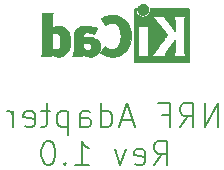
<source format=gbr>
G04 #@! TF.GenerationSoftware,KiCad,Pcbnew,(5.1.5)-3*
G04 #@! TF.CreationDate,2020-01-29T14:55:58+01:00*
G04 #@! TF.ProjectId,Adapter,41646170-7465-4722-9e6b-696361645f70,1*
G04 #@! TF.SameCoordinates,Original*
G04 #@! TF.FileFunction,Legend,Bot*
G04 #@! TF.FilePolarity,Positive*
%FSLAX46Y46*%
G04 Gerber Fmt 4.6, Leading zero omitted, Abs format (unit mm)*
G04 Created by KiCad (PCBNEW (5.1.5)-3) date 2020-01-29 14:55:58*
%MOMM*%
%LPD*%
G04 APERTURE LIST*
%ADD10C,0.200000*%
%ADD11C,0.010000*%
G04 APERTURE END LIST*
D10*
X153437028Y-99634761D02*
X153437028Y-97634761D01*
X152294171Y-99634761D01*
X152294171Y-97634761D01*
X150198933Y-99634761D02*
X150865600Y-98682380D01*
X151341790Y-99634761D02*
X151341790Y-97634761D01*
X150579885Y-97634761D01*
X150389409Y-97730000D01*
X150294171Y-97825238D01*
X150198933Y-98015714D01*
X150198933Y-98301428D01*
X150294171Y-98491904D01*
X150389409Y-98587142D01*
X150579885Y-98682380D01*
X151341790Y-98682380D01*
X148675123Y-98587142D02*
X149341790Y-98587142D01*
X149341790Y-99634761D02*
X149341790Y-97634761D01*
X148389409Y-97634761D01*
X146198933Y-99063333D02*
X145246552Y-99063333D01*
X146389409Y-99634761D02*
X145722742Y-97634761D01*
X145056076Y-99634761D01*
X143532266Y-99634761D02*
X143532266Y-97634761D01*
X143532266Y-99539523D02*
X143722742Y-99634761D01*
X144103695Y-99634761D01*
X144294171Y-99539523D01*
X144389409Y-99444285D01*
X144484647Y-99253809D01*
X144484647Y-98682380D01*
X144389409Y-98491904D01*
X144294171Y-98396666D01*
X144103695Y-98301428D01*
X143722742Y-98301428D01*
X143532266Y-98396666D01*
X141722742Y-99634761D02*
X141722742Y-98587142D01*
X141817980Y-98396666D01*
X142008457Y-98301428D01*
X142389409Y-98301428D01*
X142579885Y-98396666D01*
X141722742Y-99539523D02*
X141913219Y-99634761D01*
X142389409Y-99634761D01*
X142579885Y-99539523D01*
X142675123Y-99349047D01*
X142675123Y-99158571D01*
X142579885Y-98968095D01*
X142389409Y-98872857D01*
X141913219Y-98872857D01*
X141722742Y-98777619D01*
X140770361Y-98301428D02*
X140770361Y-100301428D01*
X140770361Y-98396666D02*
X140579885Y-98301428D01*
X140198933Y-98301428D01*
X140008457Y-98396666D01*
X139913219Y-98491904D01*
X139817980Y-98682380D01*
X139817980Y-99253809D01*
X139913219Y-99444285D01*
X140008457Y-99539523D01*
X140198933Y-99634761D01*
X140579885Y-99634761D01*
X140770361Y-99539523D01*
X139246552Y-98301428D02*
X138484647Y-98301428D01*
X138960838Y-97634761D02*
X138960838Y-99349047D01*
X138865600Y-99539523D01*
X138675123Y-99634761D01*
X138484647Y-99634761D01*
X137056076Y-99539523D02*
X137246552Y-99634761D01*
X137627504Y-99634761D01*
X137817980Y-99539523D01*
X137913219Y-99349047D01*
X137913219Y-98587142D01*
X137817980Y-98396666D01*
X137627504Y-98301428D01*
X137246552Y-98301428D01*
X137056076Y-98396666D01*
X136960838Y-98587142D01*
X136960838Y-98777619D01*
X137913219Y-98968095D01*
X136103695Y-99634761D02*
X136103695Y-98301428D01*
X136103695Y-98682380D02*
X136008457Y-98491904D01*
X135913219Y-98396666D01*
X135722742Y-98301428D01*
X135532266Y-98301428D01*
X148008457Y-102834761D02*
X148675123Y-101882380D01*
X149151314Y-102834761D02*
X149151314Y-100834761D01*
X148389409Y-100834761D01*
X148198933Y-100930000D01*
X148103695Y-101025238D01*
X148008457Y-101215714D01*
X148008457Y-101501428D01*
X148103695Y-101691904D01*
X148198933Y-101787142D01*
X148389409Y-101882380D01*
X149151314Y-101882380D01*
X146389409Y-102739523D02*
X146579885Y-102834761D01*
X146960838Y-102834761D01*
X147151314Y-102739523D01*
X147246552Y-102549047D01*
X147246552Y-101787142D01*
X147151314Y-101596666D01*
X146960838Y-101501428D01*
X146579885Y-101501428D01*
X146389409Y-101596666D01*
X146294171Y-101787142D01*
X146294171Y-101977619D01*
X147246552Y-102168095D01*
X145627504Y-101501428D02*
X145151314Y-102834761D01*
X144675123Y-101501428D01*
X141341790Y-102834761D02*
X142484647Y-102834761D01*
X141913219Y-102834761D02*
X141913219Y-100834761D01*
X142103695Y-101120476D01*
X142294171Y-101310952D01*
X142484647Y-101406190D01*
X140484647Y-102644285D02*
X140389409Y-102739523D01*
X140484647Y-102834761D01*
X140579885Y-102739523D01*
X140484647Y-102644285D01*
X140484647Y-102834761D01*
X139151314Y-100834761D02*
X138960838Y-100834761D01*
X138770361Y-100930000D01*
X138675123Y-101025238D01*
X138579885Y-101215714D01*
X138484647Y-101596666D01*
X138484647Y-102072857D01*
X138579885Y-102453809D01*
X138675123Y-102644285D01*
X138770361Y-102739523D01*
X138960838Y-102834761D01*
X139151314Y-102834761D01*
X139341790Y-102739523D01*
X139437028Y-102644285D01*
X139532266Y-102453809D01*
X139627504Y-102072857D01*
X139627504Y-101596666D01*
X139532266Y-101215714D01*
X139437028Y-101025238D01*
X139341790Y-100930000D01*
X139151314Y-100834761D01*
D11*
G36*
X147002243Y-89228571D02*
G01*
X146905968Y-89252809D01*
X146819384Y-89295641D01*
X146744573Y-89355419D01*
X146683618Y-89430494D01*
X146638599Y-89519220D01*
X146612336Y-89615530D01*
X146606486Y-89712795D01*
X146621340Y-89806654D01*
X146655040Y-89894511D01*
X146705728Y-89973770D01*
X146771545Y-90041836D01*
X146850634Y-90096112D01*
X146941134Y-90134002D01*
X146992400Y-90146426D01*
X147036898Y-90153947D01*
X147071199Y-90156919D01*
X147104160Y-90155094D01*
X147144634Y-90148225D01*
X147177731Y-90141250D01*
X147271147Y-90109741D01*
X147354819Y-90058617D01*
X147426865Y-89989429D01*
X147485400Y-89903728D01*
X147499348Y-89876489D01*
X147515786Y-89840122D01*
X147526094Y-89809582D01*
X147531660Y-89777450D01*
X147533869Y-89736307D01*
X147534148Y-89690222D01*
X147530061Y-89605865D01*
X147516646Y-89536586D01*
X147491456Y-89475961D01*
X147452046Y-89417567D01*
X147413498Y-89373302D01*
X147341606Y-89307484D01*
X147266513Y-89262053D01*
X147183762Y-89234850D01*
X147106128Y-89224576D01*
X147002243Y-89228571D01*
G37*
X147002243Y-89228571D02*
X146905968Y-89252809D01*
X146819384Y-89295641D01*
X146744573Y-89355419D01*
X146683618Y-89430494D01*
X146638599Y-89519220D01*
X146612336Y-89615530D01*
X146606486Y-89712795D01*
X146621340Y-89806654D01*
X146655040Y-89894511D01*
X146705728Y-89973770D01*
X146771545Y-90041836D01*
X146850634Y-90096112D01*
X146941134Y-90134002D01*
X146992400Y-90146426D01*
X147036898Y-90153947D01*
X147071199Y-90156919D01*
X147104160Y-90155094D01*
X147144634Y-90148225D01*
X147177731Y-90141250D01*
X147271147Y-90109741D01*
X147354819Y-90058617D01*
X147426865Y-89989429D01*
X147485400Y-89903728D01*
X147499348Y-89876489D01*
X147515786Y-89840122D01*
X147526094Y-89809582D01*
X147531660Y-89777450D01*
X147533869Y-89736307D01*
X147534148Y-89690222D01*
X147530061Y-89605865D01*
X147516646Y-89536586D01*
X147491456Y-89475961D01*
X147452046Y-89417567D01*
X147413498Y-89373302D01*
X147341606Y-89307484D01*
X147266513Y-89262053D01*
X147183762Y-89234850D01*
X147106128Y-89224576D01*
X147002243Y-89228571D01*
G36*
X138542693Y-91674245D02*
G01*
X138542674Y-91908662D01*
X138542648Y-92121603D01*
X138542575Y-92314168D01*
X138542418Y-92487459D01*
X138542136Y-92642576D01*
X138541691Y-92780620D01*
X138541044Y-92902692D01*
X138540155Y-93009894D01*
X138538987Y-93103326D01*
X138537499Y-93184090D01*
X138535654Y-93253286D01*
X138533411Y-93312015D01*
X138530731Y-93361379D01*
X138527577Y-93402478D01*
X138523908Y-93436413D01*
X138519687Y-93464286D01*
X138514873Y-93487198D01*
X138509427Y-93506249D01*
X138503312Y-93522540D01*
X138496488Y-93537173D01*
X138488915Y-93551249D01*
X138480555Y-93565868D01*
X138475361Y-93574974D01*
X138441096Y-93635689D01*
X139299245Y-93635689D01*
X139299245Y-93539733D01*
X139299976Y-93496370D01*
X139301928Y-93463205D01*
X139304737Y-93445424D01*
X139305979Y-93443778D01*
X139317401Y-93450662D01*
X139340116Y-93468505D01*
X139362815Y-93487879D01*
X139417400Y-93528614D01*
X139486879Y-93569617D01*
X139563930Y-93607123D01*
X139641235Y-93637364D01*
X139672087Y-93647012D01*
X139740584Y-93661578D01*
X139823436Y-93671539D01*
X139912829Y-93676583D01*
X140000952Y-93676396D01*
X140079993Y-93670666D01*
X140117689Y-93664858D01*
X140255786Y-93626797D01*
X140383087Y-93569073D01*
X140498908Y-93492211D01*
X140602563Y-93396739D01*
X140693367Y-93283179D01*
X140760169Y-93172381D01*
X140815036Y-93055625D01*
X140857037Y-92936276D01*
X140887033Y-92810283D01*
X140905889Y-92673594D01*
X140914468Y-92522158D01*
X140915194Y-92444711D01*
X140913100Y-92387934D01*
X140083983Y-92387934D01*
X140083776Y-92481002D01*
X140080863Y-92568692D01*
X140075200Y-92645772D01*
X140066745Y-92707009D01*
X140064162Y-92719350D01*
X140032360Y-92826633D01*
X139990702Y-92913658D01*
X139938837Y-92980642D01*
X139876419Y-93027805D01*
X139803100Y-93055365D01*
X139718531Y-93063541D01*
X139622365Y-93052551D01*
X139558889Y-93036829D01*
X139509746Y-93018639D01*
X139455617Y-92992791D01*
X139414956Y-92969089D01*
X139344400Y-92922721D01*
X139344400Y-91772530D01*
X139411808Y-91728962D01*
X139490333Y-91688040D01*
X139574519Y-91661389D01*
X139659643Y-91649465D01*
X139740984Y-91652722D01*
X139813820Y-91671615D01*
X139845774Y-91687184D01*
X139903699Y-91730181D01*
X139952656Y-91786953D01*
X139993810Y-91859575D01*
X140028326Y-91950121D01*
X140057367Y-92060666D01*
X140058648Y-92066533D01*
X140068819Y-92128788D01*
X140076461Y-92206594D01*
X140081530Y-92294720D01*
X140083983Y-92387934D01*
X140913100Y-92387934D01*
X140907343Y-92231895D01*
X140885398Y-92036059D01*
X140849414Y-91857332D01*
X140799441Y-91695845D01*
X140735532Y-91551726D01*
X140657738Y-91425106D01*
X140566111Y-91316115D01*
X140460703Y-91224883D01*
X140415538Y-91193932D01*
X140314589Y-91137785D01*
X140211299Y-91098174D01*
X140101211Y-91074014D01*
X139979870Y-91064219D01*
X139887364Y-91065265D01*
X139757710Y-91076231D01*
X139645116Y-91098046D01*
X139546325Y-91131714D01*
X139458079Y-91178236D01*
X139409214Y-91212448D01*
X139379847Y-91234362D01*
X139358157Y-91249333D01*
X139349947Y-91253733D01*
X139348332Y-91242904D01*
X139347041Y-91212251D01*
X139346062Y-91164526D01*
X139345383Y-91102479D01*
X139344990Y-91028862D01*
X139344870Y-90946427D01*
X139345012Y-90857925D01*
X139345403Y-90766107D01*
X139346029Y-90673724D01*
X139346880Y-90583528D01*
X139347940Y-90498271D01*
X139349199Y-90420703D01*
X139350644Y-90353576D01*
X139352262Y-90299641D01*
X139354039Y-90261650D01*
X139354531Y-90254667D01*
X139362108Y-90184251D01*
X139373669Y-90129102D01*
X139391408Y-90081981D01*
X139417518Y-90035647D01*
X139423785Y-90026067D01*
X139448217Y-89989378D01*
X138542889Y-89989378D01*
X138542693Y-91674245D01*
G37*
X138542693Y-91674245D02*
X138542674Y-91908662D01*
X138542648Y-92121603D01*
X138542575Y-92314168D01*
X138542418Y-92487459D01*
X138542136Y-92642576D01*
X138541691Y-92780620D01*
X138541044Y-92902692D01*
X138540155Y-93009894D01*
X138538987Y-93103326D01*
X138537499Y-93184090D01*
X138535654Y-93253286D01*
X138533411Y-93312015D01*
X138530731Y-93361379D01*
X138527577Y-93402478D01*
X138523908Y-93436413D01*
X138519687Y-93464286D01*
X138514873Y-93487198D01*
X138509427Y-93506249D01*
X138503312Y-93522540D01*
X138496488Y-93537173D01*
X138488915Y-93551249D01*
X138480555Y-93565868D01*
X138475361Y-93574974D01*
X138441096Y-93635689D01*
X139299245Y-93635689D01*
X139299245Y-93539733D01*
X139299976Y-93496370D01*
X139301928Y-93463205D01*
X139304737Y-93445424D01*
X139305979Y-93443778D01*
X139317401Y-93450662D01*
X139340116Y-93468505D01*
X139362815Y-93487879D01*
X139417400Y-93528614D01*
X139486879Y-93569617D01*
X139563930Y-93607123D01*
X139641235Y-93637364D01*
X139672087Y-93647012D01*
X139740584Y-93661578D01*
X139823436Y-93671539D01*
X139912829Y-93676583D01*
X140000952Y-93676396D01*
X140079993Y-93670666D01*
X140117689Y-93664858D01*
X140255786Y-93626797D01*
X140383087Y-93569073D01*
X140498908Y-93492211D01*
X140602563Y-93396739D01*
X140693367Y-93283179D01*
X140760169Y-93172381D01*
X140815036Y-93055625D01*
X140857037Y-92936276D01*
X140887033Y-92810283D01*
X140905889Y-92673594D01*
X140914468Y-92522158D01*
X140915194Y-92444711D01*
X140913100Y-92387934D01*
X140083983Y-92387934D01*
X140083776Y-92481002D01*
X140080863Y-92568692D01*
X140075200Y-92645772D01*
X140066745Y-92707009D01*
X140064162Y-92719350D01*
X140032360Y-92826633D01*
X139990702Y-92913658D01*
X139938837Y-92980642D01*
X139876419Y-93027805D01*
X139803100Y-93055365D01*
X139718531Y-93063541D01*
X139622365Y-93052551D01*
X139558889Y-93036829D01*
X139509746Y-93018639D01*
X139455617Y-92992791D01*
X139414956Y-92969089D01*
X139344400Y-92922721D01*
X139344400Y-91772530D01*
X139411808Y-91728962D01*
X139490333Y-91688040D01*
X139574519Y-91661389D01*
X139659643Y-91649465D01*
X139740984Y-91652722D01*
X139813820Y-91671615D01*
X139845774Y-91687184D01*
X139903699Y-91730181D01*
X139952656Y-91786953D01*
X139993810Y-91859575D01*
X140028326Y-91950121D01*
X140057367Y-92060666D01*
X140058648Y-92066533D01*
X140068819Y-92128788D01*
X140076461Y-92206594D01*
X140081530Y-92294720D01*
X140083983Y-92387934D01*
X140913100Y-92387934D01*
X140907343Y-92231895D01*
X140885398Y-92036059D01*
X140849414Y-91857332D01*
X140799441Y-91695845D01*
X140735532Y-91551726D01*
X140657738Y-91425106D01*
X140566111Y-91316115D01*
X140460703Y-91224883D01*
X140415538Y-91193932D01*
X140314589Y-91137785D01*
X140211299Y-91098174D01*
X140101211Y-91074014D01*
X139979870Y-91064219D01*
X139887364Y-91065265D01*
X139757710Y-91076231D01*
X139645116Y-91098046D01*
X139546325Y-91131714D01*
X139458079Y-91178236D01*
X139409214Y-91212448D01*
X139379847Y-91234362D01*
X139358157Y-91249333D01*
X139349947Y-91253733D01*
X139348332Y-91242904D01*
X139347041Y-91212251D01*
X139346062Y-91164526D01*
X139345383Y-91102479D01*
X139344990Y-91028862D01*
X139344870Y-90946427D01*
X139345012Y-90857925D01*
X139345403Y-90766107D01*
X139346029Y-90673724D01*
X139346880Y-90583528D01*
X139347940Y-90498271D01*
X139349199Y-90420703D01*
X139350644Y-90353576D01*
X139352262Y-90299641D01*
X139354039Y-90261650D01*
X139354531Y-90254667D01*
X139362108Y-90184251D01*
X139373669Y-90129102D01*
X139391408Y-90081981D01*
X139417518Y-90035647D01*
X139423785Y-90026067D01*
X139448217Y-89989378D01*
X138542889Y-89989378D01*
X138542693Y-91674245D01*
G36*
X142055626Y-91068552D02*
G01*
X141903708Y-91088567D01*
X141768444Y-91122202D01*
X141648961Y-91169725D01*
X141544385Y-91231405D01*
X141466776Y-91294965D01*
X141397935Y-91369099D01*
X141344194Y-91448871D01*
X141301290Y-91541091D01*
X141285816Y-91584161D01*
X141272956Y-91623142D01*
X141261754Y-91659289D01*
X141252080Y-91694434D01*
X141243804Y-91730410D01*
X141236797Y-91769050D01*
X141230928Y-91812185D01*
X141226069Y-91861649D01*
X141222090Y-91919273D01*
X141218860Y-91986891D01*
X141216251Y-92066334D01*
X141214133Y-92159436D01*
X141212376Y-92268027D01*
X141210851Y-92393942D01*
X141209428Y-92539012D01*
X141208175Y-92681778D01*
X141206849Y-92837968D01*
X141205644Y-92973239D01*
X141204434Y-93089246D01*
X141203094Y-93187645D01*
X141201500Y-93270093D01*
X141199525Y-93338246D01*
X141197044Y-93393760D01*
X141193931Y-93438292D01*
X141190062Y-93473498D01*
X141185311Y-93501034D01*
X141179552Y-93522556D01*
X141172661Y-93539722D01*
X141164511Y-93554186D01*
X141154977Y-93567606D01*
X141143934Y-93581638D01*
X141139634Y-93587071D01*
X141123814Y-93609910D01*
X141116778Y-93625463D01*
X141116756Y-93625922D01*
X141127633Y-93628121D01*
X141158618Y-93630147D01*
X141207243Y-93631942D01*
X141271037Y-93633451D01*
X141347531Y-93634616D01*
X141434256Y-93635380D01*
X141528743Y-93635686D01*
X141539650Y-93635689D01*
X141962543Y-93635689D01*
X141965805Y-93539622D01*
X141969067Y-93443556D01*
X142031156Y-93494543D01*
X142128486Y-93562057D01*
X142238387Y-93616749D01*
X142324851Y-93646978D01*
X142393922Y-93661666D01*
X142477275Y-93671659D01*
X142567041Y-93676646D01*
X142655355Y-93676313D01*
X142734349Y-93670351D01*
X142770578Y-93664638D01*
X142910597Y-93626776D01*
X143037022Y-93571932D01*
X143148940Y-93500924D01*
X143245438Y-93414568D01*
X143325600Y-93313679D01*
X143388513Y-93199076D01*
X143432888Y-93072984D01*
X143445222Y-93016401D01*
X143452832Y-92954202D01*
X143456461Y-92879363D01*
X143456955Y-92845467D01*
X143456890Y-92842282D01*
X142696952Y-92842282D01*
X142687659Y-92917333D01*
X142659472Y-92981160D01*
X142611003Y-93036798D01*
X142605946Y-93041211D01*
X142557652Y-93076037D01*
X142505943Y-93098620D01*
X142445211Y-93110540D01*
X142369848Y-93113383D01*
X142351741Y-93112978D01*
X142297922Y-93110325D01*
X142257892Y-93104909D01*
X142222876Y-93094745D01*
X142184097Y-93077850D01*
X142173455Y-93072672D01*
X142112804Y-93036844D01*
X142065985Y-92994212D01*
X142053248Y-92978973D01*
X142008578Y-92922462D01*
X142008578Y-92726586D01*
X142009114Y-92647939D01*
X142010804Y-92589988D01*
X142013772Y-92550875D01*
X142018143Y-92528741D01*
X142022228Y-92522274D01*
X142038153Y-92519111D01*
X142071936Y-92516488D01*
X142118860Y-92514655D01*
X142174207Y-92513857D01*
X142183094Y-92513842D01*
X142303870Y-92519096D01*
X142406540Y-92535263D01*
X142493094Y-92562961D01*
X142565519Y-92602808D01*
X142620449Y-92649758D01*
X142664996Y-92707645D01*
X142689720Y-92770693D01*
X142696952Y-92842282D01*
X143456890Y-92842282D01*
X143455022Y-92751712D01*
X143446678Y-92672812D01*
X143430432Y-92601590D01*
X143404795Y-92530864D01*
X143380799Y-92478493D01*
X143322180Y-92383196D01*
X143244083Y-92295170D01*
X143148885Y-92216017D01*
X143038962Y-92147340D01*
X142916690Y-92090741D01*
X142784445Y-92047821D01*
X142719778Y-92032882D01*
X142583596Y-92010777D01*
X142435151Y-91996194D01*
X142283695Y-91989813D01*
X142157136Y-91991445D01*
X141995250Y-91998224D01*
X142002670Y-91939245D01*
X142021962Y-91840092D01*
X142053096Y-91759372D01*
X142096931Y-91696466D01*
X142154329Y-91650756D01*
X142226152Y-91621622D01*
X142313259Y-91608447D01*
X142416514Y-91610611D01*
X142454489Y-91614612D01*
X142595680Y-91639780D01*
X142732493Y-91680814D01*
X142827022Y-91718815D01*
X142872182Y-91738190D01*
X142910615Y-91753760D01*
X142936966Y-91763405D01*
X142944654Y-91765452D01*
X142954398Y-91756374D01*
X142971117Y-91727405D01*
X142994968Y-91678217D01*
X143026107Y-91608484D01*
X143064693Y-91517879D01*
X143071290Y-91502089D01*
X143101347Y-91429772D01*
X143128326Y-91364425D01*
X143151064Y-91308906D01*
X143168394Y-91266072D01*
X143179152Y-91238781D01*
X143182259Y-91229942D01*
X143172260Y-91225187D01*
X143145983Y-91219910D01*
X143117711Y-91216231D01*
X143087554Y-91211474D01*
X143039767Y-91202028D01*
X142978588Y-91188820D01*
X142908254Y-91172776D01*
X142833006Y-91154820D01*
X142804445Y-91147797D01*
X142699384Y-91122209D01*
X142611720Y-91102147D01*
X142537132Y-91086969D01*
X142471297Y-91076035D01*
X142409893Y-91068704D01*
X142348598Y-91064335D01*
X142283090Y-91062287D01*
X142225072Y-91061889D01*
X142055626Y-91068552D01*
G37*
X142055626Y-91068552D02*
X141903708Y-91088567D01*
X141768444Y-91122202D01*
X141648961Y-91169725D01*
X141544385Y-91231405D01*
X141466776Y-91294965D01*
X141397935Y-91369099D01*
X141344194Y-91448871D01*
X141301290Y-91541091D01*
X141285816Y-91584161D01*
X141272956Y-91623142D01*
X141261754Y-91659289D01*
X141252080Y-91694434D01*
X141243804Y-91730410D01*
X141236797Y-91769050D01*
X141230928Y-91812185D01*
X141226069Y-91861649D01*
X141222090Y-91919273D01*
X141218860Y-91986891D01*
X141216251Y-92066334D01*
X141214133Y-92159436D01*
X141212376Y-92268027D01*
X141210851Y-92393942D01*
X141209428Y-92539012D01*
X141208175Y-92681778D01*
X141206849Y-92837968D01*
X141205644Y-92973239D01*
X141204434Y-93089246D01*
X141203094Y-93187645D01*
X141201500Y-93270093D01*
X141199525Y-93338246D01*
X141197044Y-93393760D01*
X141193931Y-93438292D01*
X141190062Y-93473498D01*
X141185311Y-93501034D01*
X141179552Y-93522556D01*
X141172661Y-93539722D01*
X141164511Y-93554186D01*
X141154977Y-93567606D01*
X141143934Y-93581638D01*
X141139634Y-93587071D01*
X141123814Y-93609910D01*
X141116778Y-93625463D01*
X141116756Y-93625922D01*
X141127633Y-93628121D01*
X141158618Y-93630147D01*
X141207243Y-93631942D01*
X141271037Y-93633451D01*
X141347531Y-93634616D01*
X141434256Y-93635380D01*
X141528743Y-93635686D01*
X141539650Y-93635689D01*
X141962543Y-93635689D01*
X141965805Y-93539622D01*
X141969067Y-93443556D01*
X142031156Y-93494543D01*
X142128486Y-93562057D01*
X142238387Y-93616749D01*
X142324851Y-93646978D01*
X142393922Y-93661666D01*
X142477275Y-93671659D01*
X142567041Y-93676646D01*
X142655355Y-93676313D01*
X142734349Y-93670351D01*
X142770578Y-93664638D01*
X142910597Y-93626776D01*
X143037022Y-93571932D01*
X143148940Y-93500924D01*
X143245438Y-93414568D01*
X143325600Y-93313679D01*
X143388513Y-93199076D01*
X143432888Y-93072984D01*
X143445222Y-93016401D01*
X143452832Y-92954202D01*
X143456461Y-92879363D01*
X143456955Y-92845467D01*
X143456890Y-92842282D01*
X142696952Y-92842282D01*
X142687659Y-92917333D01*
X142659472Y-92981160D01*
X142611003Y-93036798D01*
X142605946Y-93041211D01*
X142557652Y-93076037D01*
X142505943Y-93098620D01*
X142445211Y-93110540D01*
X142369848Y-93113383D01*
X142351741Y-93112978D01*
X142297922Y-93110325D01*
X142257892Y-93104909D01*
X142222876Y-93094745D01*
X142184097Y-93077850D01*
X142173455Y-93072672D01*
X142112804Y-93036844D01*
X142065985Y-92994212D01*
X142053248Y-92978973D01*
X142008578Y-92922462D01*
X142008578Y-92726586D01*
X142009114Y-92647939D01*
X142010804Y-92589988D01*
X142013772Y-92550875D01*
X142018143Y-92528741D01*
X142022228Y-92522274D01*
X142038153Y-92519111D01*
X142071936Y-92516488D01*
X142118860Y-92514655D01*
X142174207Y-92513857D01*
X142183094Y-92513842D01*
X142303870Y-92519096D01*
X142406540Y-92535263D01*
X142493094Y-92562961D01*
X142565519Y-92602808D01*
X142620449Y-92649758D01*
X142664996Y-92707645D01*
X142689720Y-92770693D01*
X142696952Y-92842282D01*
X143456890Y-92842282D01*
X143455022Y-92751712D01*
X143446678Y-92672812D01*
X143430432Y-92601590D01*
X143404795Y-92530864D01*
X143380799Y-92478493D01*
X143322180Y-92383196D01*
X143244083Y-92295170D01*
X143148885Y-92216017D01*
X143038962Y-92147340D01*
X142916690Y-92090741D01*
X142784445Y-92047821D01*
X142719778Y-92032882D01*
X142583596Y-92010777D01*
X142435151Y-91996194D01*
X142283695Y-91989813D01*
X142157136Y-91991445D01*
X141995250Y-91998224D01*
X142002670Y-91939245D01*
X142021962Y-91840092D01*
X142053096Y-91759372D01*
X142096931Y-91696466D01*
X142154329Y-91650756D01*
X142226152Y-91621622D01*
X142313259Y-91608447D01*
X142416514Y-91610611D01*
X142454489Y-91614612D01*
X142595680Y-91639780D01*
X142732493Y-91680814D01*
X142827022Y-91718815D01*
X142872182Y-91738190D01*
X142910615Y-91753760D01*
X142936966Y-91763405D01*
X142944654Y-91765452D01*
X142954398Y-91756374D01*
X142971117Y-91727405D01*
X142994968Y-91678217D01*
X143026107Y-91608484D01*
X143064693Y-91517879D01*
X143071290Y-91502089D01*
X143101347Y-91429772D01*
X143128326Y-91364425D01*
X143151064Y-91308906D01*
X143168394Y-91266072D01*
X143179152Y-91238781D01*
X143182259Y-91229942D01*
X143172260Y-91225187D01*
X143145983Y-91219910D01*
X143117711Y-91216231D01*
X143087554Y-91211474D01*
X143039767Y-91202028D01*
X142978588Y-91188820D01*
X142908254Y-91172776D01*
X142833006Y-91154820D01*
X142804445Y-91147797D01*
X142699384Y-91122209D01*
X142611720Y-91102147D01*
X142537132Y-91086969D01*
X142471297Y-91076035D01*
X142409893Y-91068704D01*
X142348598Y-91064335D01*
X142283090Y-91062287D01*
X142225072Y-91061889D01*
X142055626Y-91068552D01*
G36*
X144400771Y-90151071D02*
G01*
X144240630Y-90172245D01*
X144076690Y-90212385D01*
X143906887Y-90271889D01*
X143729157Y-90351154D01*
X143717890Y-90356699D01*
X143660195Y-90384725D01*
X143608648Y-90408802D01*
X143567009Y-90427249D01*
X143539038Y-90438386D01*
X143529467Y-90440933D01*
X143510250Y-90445941D01*
X143505639Y-90450147D01*
X143510742Y-90460580D01*
X143526782Y-90486868D01*
X143551912Y-90526257D01*
X143584286Y-90575991D01*
X143622057Y-90633315D01*
X143663378Y-90695476D01*
X143706402Y-90759718D01*
X143749283Y-90823285D01*
X143790174Y-90883425D01*
X143827229Y-90937380D01*
X143858600Y-90982397D01*
X143882441Y-91015721D01*
X143896906Y-91034597D01*
X143898891Y-91036787D01*
X143909009Y-91032138D01*
X143931350Y-91014962D01*
X143961920Y-90988440D01*
X143977664Y-90973964D01*
X144074153Y-90898682D01*
X144180864Y-90843241D01*
X144296368Y-90808141D01*
X144419238Y-90793880D01*
X144488639Y-90795051D01*
X144609777Y-90812212D01*
X144718995Y-90848094D01*
X144816618Y-90902959D01*
X144902972Y-90977070D01*
X144978385Y-91070688D01*
X145043182Y-91184076D01*
X145080599Y-91270667D01*
X145124452Y-91406366D01*
X145156772Y-91553850D01*
X145177643Y-91709314D01*
X145187149Y-91868956D01*
X145185373Y-92028973D01*
X145172397Y-92185561D01*
X145148306Y-92334918D01*
X145113182Y-92473240D01*
X145067108Y-92596724D01*
X145050827Y-92630978D01*
X144982580Y-92745064D01*
X144902121Y-92841557D01*
X144810630Y-92919670D01*
X144709289Y-92978617D01*
X144599280Y-93017612D01*
X144481785Y-93035868D01*
X144440317Y-93037211D01*
X144318759Y-93026290D01*
X144198322Y-92993474D01*
X144080534Y-92939439D01*
X143966923Y-92864865D01*
X143875515Y-92786539D01*
X143828985Y-92742008D01*
X143647717Y-93039271D01*
X143602620Y-93113433D01*
X143561381Y-93181646D01*
X143525465Y-93241459D01*
X143496334Y-93290420D01*
X143475450Y-93326079D01*
X143464276Y-93345984D01*
X143462825Y-93349079D01*
X143471054Y-93358718D01*
X143496633Y-93375999D01*
X143536327Y-93399283D01*
X143586903Y-93426934D01*
X143645126Y-93457315D01*
X143707763Y-93488790D01*
X143771579Y-93519722D01*
X143833340Y-93548473D01*
X143889812Y-93573408D01*
X143937762Y-93592889D01*
X143961214Y-93601318D01*
X144094979Y-93639133D01*
X144232873Y-93664136D01*
X144380578Y-93677140D01*
X144507367Y-93679468D01*
X144575322Y-93678373D01*
X144640923Y-93676275D01*
X144698353Y-93673434D01*
X144741797Y-93670106D01*
X144755902Y-93668422D01*
X144894916Y-93639587D01*
X145036443Y-93594468D01*
X145173925Y-93535750D01*
X145300806Y-93466120D01*
X145378311Y-93413441D01*
X145505719Y-93305239D01*
X145624022Y-93178671D01*
X145731028Y-93036866D01*
X145824548Y-92882951D01*
X145902390Y-92720053D01*
X145946244Y-92602756D01*
X145996492Y-92419128D01*
X146029991Y-92224581D01*
X146046751Y-92023325D01*
X146046784Y-91819568D01*
X146030099Y-91617521D01*
X145996707Y-91421392D01*
X145946620Y-91235391D01*
X145942803Y-91223803D01*
X145879919Y-91061750D01*
X145803172Y-90913832D01*
X145709958Y-90775865D01*
X145597673Y-90643661D01*
X145553808Y-90598399D01*
X145417666Y-90474457D01*
X145277709Y-90371915D01*
X145131789Y-90289656D01*
X144977758Y-90226564D01*
X144813468Y-90181523D01*
X144717911Y-90164033D01*
X144559177Y-90148466D01*
X144400771Y-90151071D01*
G37*
X144400771Y-90151071D02*
X144240630Y-90172245D01*
X144076690Y-90212385D01*
X143906887Y-90271889D01*
X143729157Y-90351154D01*
X143717890Y-90356699D01*
X143660195Y-90384725D01*
X143608648Y-90408802D01*
X143567009Y-90427249D01*
X143539038Y-90438386D01*
X143529467Y-90440933D01*
X143510250Y-90445941D01*
X143505639Y-90450147D01*
X143510742Y-90460580D01*
X143526782Y-90486868D01*
X143551912Y-90526257D01*
X143584286Y-90575991D01*
X143622057Y-90633315D01*
X143663378Y-90695476D01*
X143706402Y-90759718D01*
X143749283Y-90823285D01*
X143790174Y-90883425D01*
X143827229Y-90937380D01*
X143858600Y-90982397D01*
X143882441Y-91015721D01*
X143896906Y-91034597D01*
X143898891Y-91036787D01*
X143909009Y-91032138D01*
X143931350Y-91014962D01*
X143961920Y-90988440D01*
X143977664Y-90973964D01*
X144074153Y-90898682D01*
X144180864Y-90843241D01*
X144296368Y-90808141D01*
X144419238Y-90793880D01*
X144488639Y-90795051D01*
X144609777Y-90812212D01*
X144718995Y-90848094D01*
X144816618Y-90902959D01*
X144902972Y-90977070D01*
X144978385Y-91070688D01*
X145043182Y-91184076D01*
X145080599Y-91270667D01*
X145124452Y-91406366D01*
X145156772Y-91553850D01*
X145177643Y-91709314D01*
X145187149Y-91868956D01*
X145185373Y-92028973D01*
X145172397Y-92185561D01*
X145148306Y-92334918D01*
X145113182Y-92473240D01*
X145067108Y-92596724D01*
X145050827Y-92630978D01*
X144982580Y-92745064D01*
X144902121Y-92841557D01*
X144810630Y-92919670D01*
X144709289Y-92978617D01*
X144599280Y-93017612D01*
X144481785Y-93035868D01*
X144440317Y-93037211D01*
X144318759Y-93026290D01*
X144198322Y-92993474D01*
X144080534Y-92939439D01*
X143966923Y-92864865D01*
X143875515Y-92786539D01*
X143828985Y-92742008D01*
X143647717Y-93039271D01*
X143602620Y-93113433D01*
X143561381Y-93181646D01*
X143525465Y-93241459D01*
X143496334Y-93290420D01*
X143475450Y-93326079D01*
X143464276Y-93345984D01*
X143462825Y-93349079D01*
X143471054Y-93358718D01*
X143496633Y-93375999D01*
X143536327Y-93399283D01*
X143586903Y-93426934D01*
X143645126Y-93457315D01*
X143707763Y-93488790D01*
X143771579Y-93519722D01*
X143833340Y-93548473D01*
X143889812Y-93573408D01*
X143937762Y-93592889D01*
X143961214Y-93601318D01*
X144094979Y-93639133D01*
X144232873Y-93664136D01*
X144380578Y-93677140D01*
X144507367Y-93679468D01*
X144575322Y-93678373D01*
X144640923Y-93676275D01*
X144698353Y-93673434D01*
X144741797Y-93670106D01*
X144755902Y-93668422D01*
X144894916Y-93639587D01*
X145036443Y-93594468D01*
X145173925Y-93535750D01*
X145300806Y-93466120D01*
X145378311Y-93413441D01*
X145505719Y-93305239D01*
X145624022Y-93178671D01*
X145731028Y-93036866D01*
X145824548Y-92882951D01*
X145902390Y-92720053D01*
X145946244Y-92602756D01*
X145996492Y-92419128D01*
X146029991Y-92224581D01*
X146046751Y-92023325D01*
X146046784Y-91819568D01*
X146030099Y-91617521D01*
X145996707Y-91421392D01*
X145946620Y-91235391D01*
X145942803Y-91223803D01*
X145879919Y-91061750D01*
X145803172Y-90913832D01*
X145709958Y-90775865D01*
X145597673Y-90643661D01*
X145553808Y-90598399D01*
X145417666Y-90474457D01*
X145277709Y-90371915D01*
X145131789Y-90289656D01*
X144977758Y-90226564D01*
X144813468Y-90181523D01*
X144717911Y-90164033D01*
X144559177Y-90148466D01*
X144400771Y-90151071D01*
G36*
X147675600Y-89691054D02*
G01*
X147664735Y-89804993D01*
X147633118Y-89912616D01*
X147582215Y-90011615D01*
X147513493Y-90099684D01*
X147428419Y-90174516D01*
X147331432Y-90232384D01*
X147225164Y-90272005D01*
X147118150Y-90290573D01*
X147012500Y-90289434D01*
X146910325Y-90269930D01*
X146813734Y-90233406D01*
X146724838Y-90181205D01*
X146645746Y-90114673D01*
X146578569Y-90035152D01*
X146525417Y-89943987D01*
X146488399Y-89842523D01*
X146469627Y-89732102D01*
X146467689Y-89682206D01*
X146467689Y-89594267D01*
X146415760Y-89594267D01*
X146379453Y-89597111D01*
X146352555Y-89608911D01*
X146325449Y-89632649D01*
X146287067Y-89671031D01*
X146287067Y-91862602D01*
X146287076Y-92124739D01*
X146287108Y-92365241D01*
X146287172Y-92585048D01*
X146287276Y-92785101D01*
X146287427Y-92966344D01*
X146287634Y-93129716D01*
X146287906Y-93276160D01*
X146288250Y-93406617D01*
X146288674Y-93522029D01*
X146289187Y-93623338D01*
X146289797Y-93711484D01*
X146290512Y-93787410D01*
X146291340Y-93852057D01*
X146292289Y-93906367D01*
X146293367Y-93951280D01*
X146294583Y-93987740D01*
X146295945Y-94016687D01*
X146297461Y-94039063D01*
X146299138Y-94055809D01*
X146300986Y-94067868D01*
X146303013Y-94076180D01*
X146305225Y-94081687D01*
X146306308Y-94083537D01*
X146310471Y-94090549D01*
X146314005Y-94096996D01*
X146317835Y-94102900D01*
X146322882Y-94108286D01*
X146330071Y-94113178D01*
X146340323Y-94117598D01*
X146354564Y-94121572D01*
X146373714Y-94125121D01*
X146398699Y-94128270D01*
X146430440Y-94131042D01*
X146469862Y-94133461D01*
X146517886Y-94135551D01*
X146575437Y-94137335D01*
X146643437Y-94138837D01*
X146722810Y-94140080D01*
X146814479Y-94141089D01*
X146919366Y-94141885D01*
X147038396Y-94142494D01*
X147172490Y-94142939D01*
X147322573Y-94143243D01*
X147489567Y-94143430D01*
X147674396Y-94143524D01*
X147877983Y-94143548D01*
X148101250Y-94143525D01*
X148345122Y-94143480D01*
X148610521Y-94143437D01*
X148648904Y-94143432D01*
X148915882Y-94143389D01*
X149161202Y-94143318D01*
X149385783Y-94143213D01*
X149590545Y-94143066D01*
X149776406Y-94142869D01*
X149944288Y-94142616D01*
X150095108Y-94142300D01*
X150229787Y-94141913D01*
X150349244Y-94141447D01*
X150454399Y-94140897D01*
X150546171Y-94140253D01*
X150625479Y-94139511D01*
X150693243Y-94138661D01*
X150750382Y-94137697D01*
X150797817Y-94136611D01*
X150836466Y-94135397D01*
X150867249Y-94134047D01*
X150891085Y-94132555D01*
X150908894Y-94130911D01*
X150921595Y-94129111D01*
X150930108Y-94127145D01*
X150934466Y-94125477D01*
X150942928Y-94121906D01*
X150950697Y-94119270D01*
X150957802Y-94116634D01*
X150964273Y-94113062D01*
X150970139Y-94107621D01*
X150975429Y-94099375D01*
X150980174Y-94087390D01*
X150984402Y-94070731D01*
X150988143Y-94048463D01*
X150991427Y-94019652D01*
X150994283Y-93983363D01*
X150996740Y-93938661D01*
X150998829Y-93884611D01*
X151000578Y-93820279D01*
X151002017Y-93744730D01*
X151003176Y-93657030D01*
X151004083Y-93556243D01*
X151004769Y-93441434D01*
X151005263Y-93311670D01*
X151005595Y-93166015D01*
X151005793Y-93003535D01*
X151005887Y-92823295D01*
X151005908Y-92624360D01*
X151005885Y-92405796D01*
X151005846Y-92166668D01*
X151005822Y-91906040D01*
X151005822Y-91863889D01*
X151005836Y-91600992D01*
X151005861Y-91359732D01*
X151005871Y-91139165D01*
X151005842Y-90938352D01*
X151005748Y-90756349D01*
X151005562Y-90592216D01*
X151005259Y-90445011D01*
X151004814Y-90313792D01*
X151004234Y-90203867D01*
X150701397Y-90203867D01*
X150661607Y-90261711D01*
X150650436Y-90277479D01*
X150640366Y-90291441D01*
X150631338Y-90304784D01*
X150623297Y-90318693D01*
X150616186Y-90334356D01*
X150609947Y-90352958D01*
X150604525Y-90375686D01*
X150599862Y-90403727D01*
X150595901Y-90438267D01*
X150592585Y-90480492D01*
X150589859Y-90531589D01*
X150587664Y-90592744D01*
X150585945Y-90665144D01*
X150584644Y-90749975D01*
X150583705Y-90848422D01*
X150583070Y-90961674D01*
X150582684Y-91090916D01*
X150582488Y-91237334D01*
X150582427Y-91402116D01*
X150582443Y-91586447D01*
X150582480Y-91791513D01*
X150582489Y-91914133D01*
X150582465Y-92131082D01*
X150582431Y-92326642D01*
X150582443Y-92501999D01*
X150582558Y-92658341D01*
X150582830Y-92796857D01*
X150583318Y-92918734D01*
X150584076Y-93025160D01*
X150585162Y-93117322D01*
X150586631Y-93196409D01*
X150588540Y-93263608D01*
X150590944Y-93320107D01*
X150593901Y-93367093D01*
X150597466Y-93405755D01*
X150601695Y-93437280D01*
X150606646Y-93462855D01*
X150612373Y-93483670D01*
X150618933Y-93500911D01*
X150626383Y-93515765D01*
X150634779Y-93529422D01*
X150644176Y-93543069D01*
X150654632Y-93557893D01*
X150660723Y-93566783D01*
X150699496Y-93624400D01*
X150167932Y-93624400D01*
X150044683Y-93624365D01*
X149942187Y-93624215D01*
X149858620Y-93623878D01*
X149792156Y-93623286D01*
X149740971Y-93622367D01*
X149703241Y-93621051D01*
X149677140Y-93619269D01*
X149660844Y-93616951D01*
X149652528Y-93614026D01*
X149650368Y-93610424D01*
X149652539Y-93606075D01*
X149653735Y-93604645D01*
X149678885Y-93567573D01*
X149704783Y-93514772D01*
X149728392Y-93452770D01*
X149736661Y-93426357D01*
X149741278Y-93408416D01*
X149745179Y-93387355D01*
X149748448Y-93361089D01*
X149751166Y-93327532D01*
X149753415Y-93284599D01*
X149755277Y-93230204D01*
X149756836Y-93162262D01*
X149758172Y-93078688D01*
X149759369Y-92977395D01*
X149760508Y-92856300D01*
X149760885Y-92811600D01*
X149761902Y-92686449D01*
X149762660Y-92582082D01*
X149763103Y-92496707D01*
X149763170Y-92428533D01*
X149762805Y-92375765D01*
X149761948Y-92336614D01*
X149760541Y-92309285D01*
X149758525Y-92291986D01*
X149755843Y-92282926D01*
X149752436Y-92280312D01*
X149748244Y-92282351D01*
X149743771Y-92286667D01*
X149733416Y-92299602D01*
X149711358Y-92328676D01*
X149679157Y-92371759D01*
X149638374Y-92426718D01*
X149590570Y-92491423D01*
X149537305Y-92563742D01*
X149480140Y-92641544D01*
X149420637Y-92722698D01*
X149360355Y-92805072D01*
X149300855Y-92886536D01*
X149243698Y-92964957D01*
X149190445Y-93038204D01*
X149142657Y-93104147D01*
X149101893Y-93160654D01*
X149069716Y-93205593D01*
X149047685Y-93236834D01*
X149043117Y-93243466D01*
X149020196Y-93280369D01*
X148993388Y-93328359D01*
X148967989Y-93377897D01*
X148964768Y-93384577D01*
X148943090Y-93432772D01*
X148930504Y-93470334D01*
X148924774Y-93506160D01*
X148923656Y-93548200D01*
X148924290Y-93624400D01*
X147769851Y-93624400D01*
X147861015Y-93530669D01*
X147907812Y-93480775D01*
X147958099Y-93424295D01*
X148004144Y-93370026D01*
X148024569Y-93344673D01*
X148055007Y-93305128D01*
X148095062Y-93251916D01*
X148143561Y-93186667D01*
X148199335Y-93111011D01*
X148261211Y-93026577D01*
X148328019Y-92934994D01*
X148398587Y-92837892D01*
X148471745Y-92736901D01*
X148546321Y-92633650D01*
X148621144Y-92529768D01*
X148695043Y-92426885D01*
X148766846Y-92326631D01*
X148835384Y-92230636D01*
X148899484Y-92140527D01*
X148957975Y-92057936D01*
X149009686Y-91984492D01*
X149053447Y-91921824D01*
X149088085Y-91871561D01*
X149112430Y-91835334D01*
X149125311Y-91814771D01*
X149127069Y-91810668D01*
X149119110Y-91799342D01*
X149098315Y-91772162D01*
X149066047Y-91730829D01*
X149023670Y-91677044D01*
X148972547Y-91612506D01*
X148914041Y-91538918D01*
X148849514Y-91457978D01*
X148780331Y-91371388D01*
X148707853Y-91280848D01*
X148633446Y-91188060D01*
X148573717Y-91113702D01*
X147562711Y-91113702D01*
X147556802Y-91126659D01*
X147542472Y-91148908D01*
X147541425Y-91150391D01*
X147522638Y-91180544D01*
X147502991Y-91217375D01*
X147499092Y-91225511D01*
X147495556Y-91233940D01*
X147492430Y-91244059D01*
X147489686Y-91257260D01*
X147487292Y-91274938D01*
X147485219Y-91298484D01*
X147483435Y-91329293D01*
X147481912Y-91368757D01*
X147480619Y-91418269D01*
X147479526Y-91479223D01*
X147478603Y-91553011D01*
X147477819Y-91641028D01*
X147477145Y-91744665D01*
X147476550Y-91865316D01*
X147476005Y-92004374D01*
X147475479Y-92163232D01*
X147474945Y-92342089D01*
X147474406Y-92527207D01*
X147473972Y-92691145D01*
X147473709Y-92835303D01*
X147473684Y-92961079D01*
X147473965Y-93069871D01*
X147474619Y-93163077D01*
X147475714Y-93242097D01*
X147477318Y-93308328D01*
X147479497Y-93363170D01*
X147482319Y-93408021D01*
X147485851Y-93444278D01*
X147490161Y-93473341D01*
X147495317Y-93496609D01*
X147501385Y-93515479D01*
X147508433Y-93531351D01*
X147516529Y-93545622D01*
X147525740Y-93559691D01*
X147534240Y-93572158D01*
X147551376Y-93598452D01*
X147561522Y-93616037D01*
X147562711Y-93619257D01*
X147551804Y-93620334D01*
X147520611Y-93621335D01*
X147471423Y-93622235D01*
X147406533Y-93623010D01*
X147328230Y-93623637D01*
X147238807Y-93624091D01*
X147140556Y-93624349D01*
X147071645Y-93624400D01*
X146966652Y-93624180D01*
X146869810Y-93623548D01*
X146783307Y-93622549D01*
X146709332Y-93621227D01*
X146650074Y-93619626D01*
X146607720Y-93617791D01*
X146584460Y-93615765D01*
X146580578Y-93614493D01*
X146588276Y-93599591D01*
X146596274Y-93591560D01*
X146609446Y-93574434D01*
X146626685Y-93544183D01*
X146638607Y-93519622D01*
X146665245Y-93460711D01*
X146668320Y-92283845D01*
X146671395Y-91106978D01*
X147117053Y-91106978D01*
X147214870Y-91107142D01*
X147305264Y-91107611D01*
X147385830Y-91108347D01*
X147454162Y-91109316D01*
X147507856Y-91110480D01*
X147544505Y-91111803D01*
X147561704Y-91113249D01*
X147562711Y-91113702D01*
X148573717Y-91113702D01*
X148558470Y-91094722D01*
X148484290Y-91002537D01*
X148412269Y-90913204D01*
X148343769Y-90828424D01*
X148280155Y-90749898D01*
X148222788Y-90679326D01*
X148173033Y-90618409D01*
X148132252Y-90568847D01*
X148115088Y-90548178D01*
X148028796Y-90447516D01*
X147952197Y-90364259D01*
X147883383Y-90296438D01*
X147820448Y-90242089D01*
X147811067Y-90234722D01*
X147771556Y-90204117D01*
X148903316Y-90203867D01*
X148898027Y-90251844D01*
X148901330Y-90309188D01*
X148922861Y-90377463D01*
X148962835Y-90457212D01*
X149008143Y-90529495D01*
X149024361Y-90552140D01*
X149052414Y-90589696D01*
X149090630Y-90640021D01*
X149137337Y-90700973D01*
X149190861Y-90770411D01*
X149249531Y-90846194D01*
X149311675Y-90926180D01*
X149375621Y-91008228D01*
X149439695Y-91090196D01*
X149502227Y-91169943D01*
X149561543Y-91245327D01*
X149615971Y-91314207D01*
X149663839Y-91374442D01*
X149703475Y-91423889D01*
X149733206Y-91460408D01*
X149751361Y-91481858D01*
X149754420Y-91485156D01*
X149757279Y-91477149D01*
X149759493Y-91446855D01*
X149761057Y-91394556D01*
X149761967Y-91320531D01*
X149762220Y-91225063D01*
X149761813Y-91108434D01*
X149760904Y-90988445D01*
X149759582Y-90856333D01*
X149758057Y-90744594D01*
X149756081Y-90651025D01*
X149753406Y-90573419D01*
X149749782Y-90509574D01*
X149744961Y-90457283D01*
X149738694Y-90414344D01*
X149730732Y-90378551D01*
X149720827Y-90347700D01*
X149708731Y-90319586D01*
X149694193Y-90292005D01*
X149679511Y-90266966D01*
X149641514Y-90203867D01*
X150701397Y-90203867D01*
X151004234Y-90203867D01*
X151004201Y-90197617D01*
X151003395Y-90095544D01*
X151002370Y-90006633D01*
X151001100Y-89929941D01*
X150999560Y-89864527D01*
X150997724Y-89809449D01*
X150995567Y-89763765D01*
X150993063Y-89726534D01*
X150990187Y-89696813D01*
X150986913Y-89673662D01*
X150983215Y-89656139D01*
X150979069Y-89643301D01*
X150974447Y-89634208D01*
X150969326Y-89627918D01*
X150963678Y-89623488D01*
X150957479Y-89619978D01*
X150950704Y-89616445D01*
X150944708Y-89612876D01*
X150939475Y-89610300D01*
X150931299Y-89607972D01*
X150919086Y-89605878D01*
X150901741Y-89604007D01*
X150878169Y-89602347D01*
X150847277Y-89600884D01*
X150807968Y-89599608D01*
X150759150Y-89598504D01*
X150699727Y-89597561D01*
X150628604Y-89596767D01*
X150544688Y-89596109D01*
X150446883Y-89595575D01*
X150334094Y-89595153D01*
X150205229Y-89594829D01*
X150059191Y-89594592D01*
X149894886Y-89594430D01*
X149711220Y-89594330D01*
X149507097Y-89594280D01*
X149295953Y-89594267D01*
X147675600Y-89594267D01*
X147675600Y-89691054D01*
G37*
X147675600Y-89691054D02*
X147664735Y-89804993D01*
X147633118Y-89912616D01*
X147582215Y-90011615D01*
X147513493Y-90099684D01*
X147428419Y-90174516D01*
X147331432Y-90232384D01*
X147225164Y-90272005D01*
X147118150Y-90290573D01*
X147012500Y-90289434D01*
X146910325Y-90269930D01*
X146813734Y-90233406D01*
X146724838Y-90181205D01*
X146645746Y-90114673D01*
X146578569Y-90035152D01*
X146525417Y-89943987D01*
X146488399Y-89842523D01*
X146469627Y-89732102D01*
X146467689Y-89682206D01*
X146467689Y-89594267D01*
X146415760Y-89594267D01*
X146379453Y-89597111D01*
X146352555Y-89608911D01*
X146325449Y-89632649D01*
X146287067Y-89671031D01*
X146287067Y-91862602D01*
X146287076Y-92124739D01*
X146287108Y-92365241D01*
X146287172Y-92585048D01*
X146287276Y-92785101D01*
X146287427Y-92966344D01*
X146287634Y-93129716D01*
X146287906Y-93276160D01*
X146288250Y-93406617D01*
X146288674Y-93522029D01*
X146289187Y-93623338D01*
X146289797Y-93711484D01*
X146290512Y-93787410D01*
X146291340Y-93852057D01*
X146292289Y-93906367D01*
X146293367Y-93951280D01*
X146294583Y-93987740D01*
X146295945Y-94016687D01*
X146297461Y-94039063D01*
X146299138Y-94055809D01*
X146300986Y-94067868D01*
X146303013Y-94076180D01*
X146305225Y-94081687D01*
X146306308Y-94083537D01*
X146310471Y-94090549D01*
X146314005Y-94096996D01*
X146317835Y-94102900D01*
X146322882Y-94108286D01*
X146330071Y-94113178D01*
X146340323Y-94117598D01*
X146354564Y-94121572D01*
X146373714Y-94125121D01*
X146398699Y-94128270D01*
X146430440Y-94131042D01*
X146469862Y-94133461D01*
X146517886Y-94135551D01*
X146575437Y-94137335D01*
X146643437Y-94138837D01*
X146722810Y-94140080D01*
X146814479Y-94141089D01*
X146919366Y-94141885D01*
X147038396Y-94142494D01*
X147172490Y-94142939D01*
X147322573Y-94143243D01*
X147489567Y-94143430D01*
X147674396Y-94143524D01*
X147877983Y-94143548D01*
X148101250Y-94143525D01*
X148345122Y-94143480D01*
X148610521Y-94143437D01*
X148648904Y-94143432D01*
X148915882Y-94143389D01*
X149161202Y-94143318D01*
X149385783Y-94143213D01*
X149590545Y-94143066D01*
X149776406Y-94142869D01*
X149944288Y-94142616D01*
X150095108Y-94142300D01*
X150229787Y-94141913D01*
X150349244Y-94141447D01*
X150454399Y-94140897D01*
X150546171Y-94140253D01*
X150625479Y-94139511D01*
X150693243Y-94138661D01*
X150750382Y-94137697D01*
X150797817Y-94136611D01*
X150836466Y-94135397D01*
X150867249Y-94134047D01*
X150891085Y-94132555D01*
X150908894Y-94130911D01*
X150921595Y-94129111D01*
X150930108Y-94127145D01*
X150934466Y-94125477D01*
X150942928Y-94121906D01*
X150950697Y-94119270D01*
X150957802Y-94116634D01*
X150964273Y-94113062D01*
X150970139Y-94107621D01*
X150975429Y-94099375D01*
X150980174Y-94087390D01*
X150984402Y-94070731D01*
X150988143Y-94048463D01*
X150991427Y-94019652D01*
X150994283Y-93983363D01*
X150996740Y-93938661D01*
X150998829Y-93884611D01*
X151000578Y-93820279D01*
X151002017Y-93744730D01*
X151003176Y-93657030D01*
X151004083Y-93556243D01*
X151004769Y-93441434D01*
X151005263Y-93311670D01*
X151005595Y-93166015D01*
X151005793Y-93003535D01*
X151005887Y-92823295D01*
X151005908Y-92624360D01*
X151005885Y-92405796D01*
X151005846Y-92166668D01*
X151005822Y-91906040D01*
X151005822Y-91863889D01*
X151005836Y-91600992D01*
X151005861Y-91359732D01*
X151005871Y-91139165D01*
X151005842Y-90938352D01*
X151005748Y-90756349D01*
X151005562Y-90592216D01*
X151005259Y-90445011D01*
X151004814Y-90313792D01*
X151004234Y-90203867D01*
X150701397Y-90203867D01*
X150661607Y-90261711D01*
X150650436Y-90277479D01*
X150640366Y-90291441D01*
X150631338Y-90304784D01*
X150623297Y-90318693D01*
X150616186Y-90334356D01*
X150609947Y-90352958D01*
X150604525Y-90375686D01*
X150599862Y-90403727D01*
X150595901Y-90438267D01*
X150592585Y-90480492D01*
X150589859Y-90531589D01*
X150587664Y-90592744D01*
X150585945Y-90665144D01*
X150584644Y-90749975D01*
X150583705Y-90848422D01*
X150583070Y-90961674D01*
X150582684Y-91090916D01*
X150582488Y-91237334D01*
X150582427Y-91402116D01*
X150582443Y-91586447D01*
X150582480Y-91791513D01*
X150582489Y-91914133D01*
X150582465Y-92131082D01*
X150582431Y-92326642D01*
X150582443Y-92501999D01*
X150582558Y-92658341D01*
X150582830Y-92796857D01*
X150583318Y-92918734D01*
X150584076Y-93025160D01*
X150585162Y-93117322D01*
X150586631Y-93196409D01*
X150588540Y-93263608D01*
X150590944Y-93320107D01*
X150593901Y-93367093D01*
X150597466Y-93405755D01*
X150601695Y-93437280D01*
X150606646Y-93462855D01*
X150612373Y-93483670D01*
X150618933Y-93500911D01*
X150626383Y-93515765D01*
X150634779Y-93529422D01*
X150644176Y-93543069D01*
X150654632Y-93557893D01*
X150660723Y-93566783D01*
X150699496Y-93624400D01*
X150167932Y-93624400D01*
X150044683Y-93624365D01*
X149942187Y-93624215D01*
X149858620Y-93623878D01*
X149792156Y-93623286D01*
X149740971Y-93622367D01*
X149703241Y-93621051D01*
X149677140Y-93619269D01*
X149660844Y-93616951D01*
X149652528Y-93614026D01*
X149650368Y-93610424D01*
X149652539Y-93606075D01*
X149653735Y-93604645D01*
X149678885Y-93567573D01*
X149704783Y-93514772D01*
X149728392Y-93452770D01*
X149736661Y-93426357D01*
X149741278Y-93408416D01*
X149745179Y-93387355D01*
X149748448Y-93361089D01*
X149751166Y-93327532D01*
X149753415Y-93284599D01*
X149755277Y-93230204D01*
X149756836Y-93162262D01*
X149758172Y-93078688D01*
X149759369Y-92977395D01*
X149760508Y-92856300D01*
X149760885Y-92811600D01*
X149761902Y-92686449D01*
X149762660Y-92582082D01*
X149763103Y-92496707D01*
X149763170Y-92428533D01*
X149762805Y-92375765D01*
X149761948Y-92336614D01*
X149760541Y-92309285D01*
X149758525Y-92291986D01*
X149755843Y-92282926D01*
X149752436Y-92280312D01*
X149748244Y-92282351D01*
X149743771Y-92286667D01*
X149733416Y-92299602D01*
X149711358Y-92328676D01*
X149679157Y-92371759D01*
X149638374Y-92426718D01*
X149590570Y-92491423D01*
X149537305Y-92563742D01*
X149480140Y-92641544D01*
X149420637Y-92722698D01*
X149360355Y-92805072D01*
X149300855Y-92886536D01*
X149243698Y-92964957D01*
X149190445Y-93038204D01*
X149142657Y-93104147D01*
X149101893Y-93160654D01*
X149069716Y-93205593D01*
X149047685Y-93236834D01*
X149043117Y-93243466D01*
X149020196Y-93280369D01*
X148993388Y-93328359D01*
X148967989Y-93377897D01*
X148964768Y-93384577D01*
X148943090Y-93432772D01*
X148930504Y-93470334D01*
X148924774Y-93506160D01*
X148923656Y-93548200D01*
X148924290Y-93624400D01*
X147769851Y-93624400D01*
X147861015Y-93530669D01*
X147907812Y-93480775D01*
X147958099Y-93424295D01*
X148004144Y-93370026D01*
X148024569Y-93344673D01*
X148055007Y-93305128D01*
X148095062Y-93251916D01*
X148143561Y-93186667D01*
X148199335Y-93111011D01*
X148261211Y-93026577D01*
X148328019Y-92934994D01*
X148398587Y-92837892D01*
X148471745Y-92736901D01*
X148546321Y-92633650D01*
X148621144Y-92529768D01*
X148695043Y-92426885D01*
X148766846Y-92326631D01*
X148835384Y-92230636D01*
X148899484Y-92140527D01*
X148957975Y-92057936D01*
X149009686Y-91984492D01*
X149053447Y-91921824D01*
X149088085Y-91871561D01*
X149112430Y-91835334D01*
X149125311Y-91814771D01*
X149127069Y-91810668D01*
X149119110Y-91799342D01*
X149098315Y-91772162D01*
X149066047Y-91730829D01*
X149023670Y-91677044D01*
X148972547Y-91612506D01*
X148914041Y-91538918D01*
X148849514Y-91457978D01*
X148780331Y-91371388D01*
X148707853Y-91280848D01*
X148633446Y-91188060D01*
X148573717Y-91113702D01*
X147562711Y-91113702D01*
X147556802Y-91126659D01*
X147542472Y-91148908D01*
X147541425Y-91150391D01*
X147522638Y-91180544D01*
X147502991Y-91217375D01*
X147499092Y-91225511D01*
X147495556Y-91233940D01*
X147492430Y-91244059D01*
X147489686Y-91257260D01*
X147487292Y-91274938D01*
X147485219Y-91298484D01*
X147483435Y-91329293D01*
X147481912Y-91368757D01*
X147480619Y-91418269D01*
X147479526Y-91479223D01*
X147478603Y-91553011D01*
X147477819Y-91641028D01*
X147477145Y-91744665D01*
X147476550Y-91865316D01*
X147476005Y-92004374D01*
X147475479Y-92163232D01*
X147474945Y-92342089D01*
X147474406Y-92527207D01*
X147473972Y-92691145D01*
X147473709Y-92835303D01*
X147473684Y-92961079D01*
X147473965Y-93069871D01*
X147474619Y-93163077D01*
X147475714Y-93242097D01*
X147477318Y-93308328D01*
X147479497Y-93363170D01*
X147482319Y-93408021D01*
X147485851Y-93444278D01*
X147490161Y-93473341D01*
X147495317Y-93496609D01*
X147501385Y-93515479D01*
X147508433Y-93531351D01*
X147516529Y-93545622D01*
X147525740Y-93559691D01*
X147534240Y-93572158D01*
X147551376Y-93598452D01*
X147561522Y-93616037D01*
X147562711Y-93619257D01*
X147551804Y-93620334D01*
X147520611Y-93621335D01*
X147471423Y-93622235D01*
X147406533Y-93623010D01*
X147328230Y-93623637D01*
X147238807Y-93624091D01*
X147140556Y-93624349D01*
X147071645Y-93624400D01*
X146966652Y-93624180D01*
X146869810Y-93623548D01*
X146783307Y-93622549D01*
X146709332Y-93621227D01*
X146650074Y-93619626D01*
X146607720Y-93617791D01*
X146584460Y-93615765D01*
X146580578Y-93614493D01*
X146588276Y-93599591D01*
X146596274Y-93591560D01*
X146609446Y-93574434D01*
X146626685Y-93544183D01*
X146638607Y-93519622D01*
X146665245Y-93460711D01*
X146668320Y-92283845D01*
X146671395Y-91106978D01*
X147117053Y-91106978D01*
X147214870Y-91107142D01*
X147305264Y-91107611D01*
X147385830Y-91108347D01*
X147454162Y-91109316D01*
X147507856Y-91110480D01*
X147544505Y-91111803D01*
X147561704Y-91113249D01*
X147562711Y-91113702D01*
X148573717Y-91113702D01*
X148558470Y-91094722D01*
X148484290Y-91002537D01*
X148412269Y-90913204D01*
X148343769Y-90828424D01*
X148280155Y-90749898D01*
X148222788Y-90679326D01*
X148173033Y-90618409D01*
X148132252Y-90568847D01*
X148115088Y-90548178D01*
X148028796Y-90447516D01*
X147952197Y-90364259D01*
X147883383Y-90296438D01*
X147820448Y-90242089D01*
X147811067Y-90234722D01*
X147771556Y-90204117D01*
X148903316Y-90203867D01*
X148898027Y-90251844D01*
X148901330Y-90309188D01*
X148922861Y-90377463D01*
X148962835Y-90457212D01*
X149008143Y-90529495D01*
X149024361Y-90552140D01*
X149052414Y-90589696D01*
X149090630Y-90640021D01*
X149137337Y-90700973D01*
X149190861Y-90770411D01*
X149249531Y-90846194D01*
X149311675Y-90926180D01*
X149375621Y-91008228D01*
X149439695Y-91090196D01*
X149502227Y-91169943D01*
X149561543Y-91245327D01*
X149615971Y-91314207D01*
X149663839Y-91374442D01*
X149703475Y-91423889D01*
X149733206Y-91460408D01*
X149751361Y-91481858D01*
X149754420Y-91485156D01*
X149757279Y-91477149D01*
X149759493Y-91446855D01*
X149761057Y-91394556D01*
X149761967Y-91320531D01*
X149762220Y-91225063D01*
X149761813Y-91108434D01*
X149760904Y-90988445D01*
X149759582Y-90856333D01*
X149758057Y-90744594D01*
X149756081Y-90651025D01*
X149753406Y-90573419D01*
X149749782Y-90509574D01*
X149744961Y-90457283D01*
X149738694Y-90414344D01*
X149730732Y-90378551D01*
X149720827Y-90347700D01*
X149708731Y-90319586D01*
X149694193Y-90292005D01*
X149679511Y-90266966D01*
X149641514Y-90203867D01*
X150701397Y-90203867D01*
X151004234Y-90203867D01*
X151004201Y-90197617D01*
X151003395Y-90095544D01*
X151002370Y-90006633D01*
X151001100Y-89929941D01*
X150999560Y-89864527D01*
X150997724Y-89809449D01*
X150995567Y-89763765D01*
X150993063Y-89726534D01*
X150990187Y-89696813D01*
X150986913Y-89673662D01*
X150983215Y-89656139D01*
X150979069Y-89643301D01*
X150974447Y-89634208D01*
X150969326Y-89627918D01*
X150963678Y-89623488D01*
X150957479Y-89619978D01*
X150950704Y-89616445D01*
X150944708Y-89612876D01*
X150939475Y-89610300D01*
X150931299Y-89607972D01*
X150919086Y-89605878D01*
X150901741Y-89604007D01*
X150878169Y-89602347D01*
X150847277Y-89600884D01*
X150807968Y-89599608D01*
X150759150Y-89598504D01*
X150699727Y-89597561D01*
X150628604Y-89596767D01*
X150544688Y-89596109D01*
X150446883Y-89595575D01*
X150334094Y-89595153D01*
X150205229Y-89594829D01*
X150059191Y-89594592D01*
X149894886Y-89594430D01*
X149711220Y-89594330D01*
X149507097Y-89594280D01*
X149295953Y-89594267D01*
X147675600Y-89594267D01*
X147675600Y-89691054D01*
M02*

</source>
